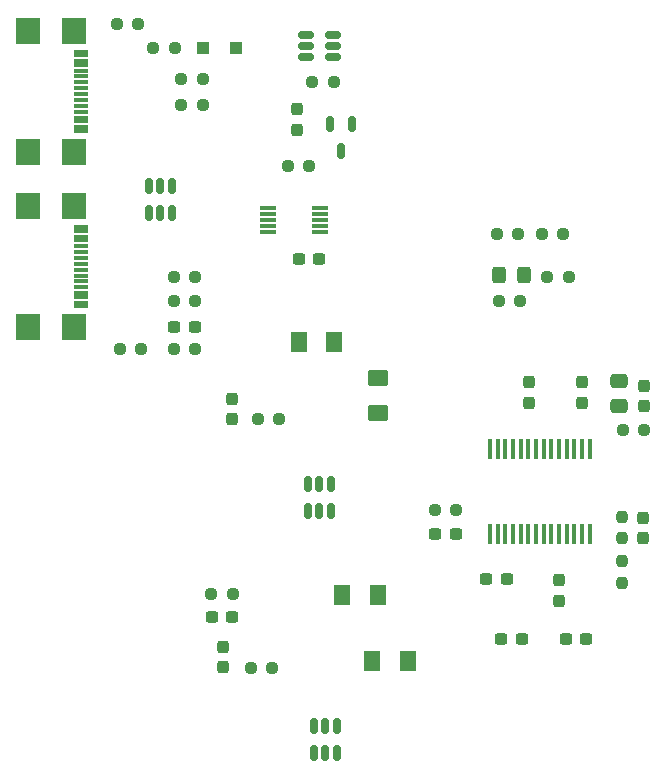
<source format=gtp>
%TF.GenerationSoftware,KiCad,Pcbnew,(6.0.10)*%
%TF.CreationDate,2023-01-17T15:39:29+01:00*%
%TF.ProjectId,kvm,6b766d2e-6b69-4636-9164-5f7063625858,v01*%
%TF.SameCoordinates,Original*%
%TF.FileFunction,Paste,Top*%
%TF.FilePolarity,Positive*%
%FSLAX46Y46*%
G04 Gerber Fmt 4.6, Leading zero omitted, Abs format (unit mm)*
G04 Created by KiCad (PCBNEW (6.0.10)) date 2023-01-17 15:39:29*
%MOMM*%
%LPD*%
G01*
G04 APERTURE LIST*
G04 Aperture macros list*
%AMRoundRect*
0 Rectangle with rounded corners*
0 $1 Rounding radius*
0 $2 $3 $4 $5 $6 $7 $8 $9 X,Y pos of 4 corners*
0 Add a 4 corners polygon primitive as box body*
4,1,4,$2,$3,$4,$5,$6,$7,$8,$9,$2,$3,0*
0 Add four circle primitives for the rounded corners*
1,1,$1+$1,$2,$3*
1,1,$1+$1,$4,$5*
1,1,$1+$1,$6,$7*
1,1,$1+$1,$8,$9*
0 Add four rect primitives between the rounded corners*
20,1,$1+$1,$2,$3,$4,$5,0*
20,1,$1+$1,$4,$5,$6,$7,0*
20,1,$1+$1,$6,$7,$8,$9,0*
20,1,$1+$1,$8,$9,$2,$3,0*%
G04 Aperture macros list end*
%ADD10RoundRect,0.237500X-0.250000X-0.237500X0.250000X-0.237500X0.250000X0.237500X-0.250000X0.237500X0*%
%ADD11RoundRect,0.237500X0.300000X0.237500X-0.300000X0.237500X-0.300000X-0.237500X0.300000X-0.237500X0*%
%ADD12RoundRect,0.250001X0.462499X0.624999X-0.462499X0.624999X-0.462499X-0.624999X0.462499X-0.624999X0*%
%ADD13RoundRect,0.237500X-0.237500X0.300000X-0.237500X-0.300000X0.237500X-0.300000X0.237500X0.300000X0*%
%ADD14RoundRect,0.237500X0.250000X0.237500X-0.250000X0.237500X-0.250000X-0.237500X0.250000X-0.237500X0*%
%ADD15R,1.100000X1.100000*%
%ADD16RoundRect,0.237500X0.237500X-0.300000X0.237500X0.300000X-0.237500X0.300000X-0.237500X-0.300000X0*%
%ADD17RoundRect,0.237500X-0.300000X-0.237500X0.300000X-0.237500X0.300000X0.237500X-0.300000X0.237500X0*%
%ADD18RoundRect,0.150000X-0.150000X0.512500X-0.150000X-0.512500X0.150000X-0.512500X0.150000X0.512500X0*%
%ADD19RoundRect,0.250000X0.475000X-0.337500X0.475000X0.337500X-0.475000X0.337500X-0.475000X-0.337500X0*%
%ADD20R,1.150000X0.300000*%
%ADD21R,2.000000X2.180000*%
%ADD22RoundRect,0.237500X0.237500X-0.250000X0.237500X0.250000X-0.237500X0.250000X-0.237500X-0.250000X0*%
%ADD23R,0.450000X1.750000*%
%ADD24RoundRect,0.250000X-0.325000X-0.450000X0.325000X-0.450000X0.325000X0.450000X-0.325000X0.450000X0*%
%ADD25R,1.400000X0.300000*%
%ADD26RoundRect,0.150000X-0.512500X-0.150000X0.512500X-0.150000X0.512500X0.150000X-0.512500X0.150000X0*%
%ADD27RoundRect,0.250001X-0.624999X0.462499X-0.624999X-0.462499X0.624999X-0.462499X0.624999X0.462499X0*%
G04 APERTURE END LIST*
D10*
X70334500Y-68834000D03*
X72159500Y-68834000D03*
D11*
X103097500Y-88265000D03*
X101372500Y-88265000D03*
D12*
X92165500Y-89662000D03*
X89190500Y-89662000D03*
D13*
X107543600Y-88418500D03*
X107543600Y-90143500D03*
D14*
X83843500Y-74771000D03*
X82018500Y-74771000D03*
X107882100Y-59096200D03*
X106057100Y-59096200D03*
X98829500Y-82489600D03*
X97004500Y-82489600D03*
D15*
X80166500Y-43342908D03*
X77366500Y-43342908D03*
D11*
X109828500Y-93345000D03*
X108103500Y-93345000D03*
D14*
X104102044Y-59096200D03*
X102277044Y-59096200D03*
D10*
X74906500Y-62738000D03*
X76731500Y-62738000D03*
X74906500Y-64770000D03*
X76731500Y-64770000D03*
D16*
X114757200Y-73684300D03*
X114757200Y-71959300D03*
D17*
X102642500Y-93345000D03*
X104367500Y-93345000D03*
D11*
X87251000Y-61214000D03*
X85526000Y-61214000D03*
D14*
X108354500Y-62738000D03*
X106529500Y-62738000D03*
D18*
X90009000Y-49763000D03*
X88109000Y-49763000D03*
X89059000Y-52038000D03*
X74737000Y-54996500D03*
X73787000Y-54996500D03*
X72837000Y-54996500D03*
X72837000Y-57271500D03*
X73787000Y-57271500D03*
X74737000Y-57271500D03*
X88707000Y-100716500D03*
X87757000Y-100716500D03*
X86807000Y-100716500D03*
X86807000Y-102991500D03*
X87757000Y-102991500D03*
X88707000Y-102991500D03*
D19*
X112572800Y-73631600D03*
X112572800Y-71556600D03*
D20*
X67051000Y-43640000D03*
X67051000Y-44440000D03*
X67051000Y-45740000D03*
X67051000Y-46740000D03*
X67051000Y-47240000D03*
X67051000Y-48240000D03*
X67051000Y-49540000D03*
X67051000Y-50340000D03*
X67051000Y-50040000D03*
X67051000Y-49240000D03*
X67051000Y-48740000D03*
X67051000Y-47740000D03*
X67051000Y-46240000D03*
X67051000Y-45240000D03*
X67051000Y-44740000D03*
X67051000Y-43940000D03*
D21*
X62546000Y-41880000D03*
X62546000Y-52100000D03*
X66476000Y-41880000D03*
X66476000Y-52100000D03*
D10*
X75541500Y-45974000D03*
X77366500Y-45974000D03*
D16*
X104952800Y-73379500D03*
X104952800Y-71654500D03*
D14*
X104239700Y-64770000D03*
X102414700Y-64770000D03*
D10*
X84558500Y-53340000D03*
X86383500Y-53340000D03*
D22*
X112826800Y-88620600D03*
X112826800Y-86795600D03*
D11*
X76681500Y-66929000D03*
X74956500Y-66929000D03*
D14*
X76731500Y-68808600D03*
X74906500Y-68808600D03*
D16*
X85370500Y-50239000D03*
X85370500Y-48514000D03*
D13*
X79044800Y-94041987D03*
X79044800Y-95766987D03*
D14*
X88447500Y-46202908D03*
X86622500Y-46202908D03*
D10*
X73155000Y-43342908D03*
X74980000Y-43342908D03*
D20*
X67051000Y-58499000D03*
X67051000Y-59299000D03*
X67051000Y-60599000D03*
X67051000Y-61599000D03*
X67051000Y-62099000D03*
X67051000Y-63099000D03*
X67051000Y-64399000D03*
X67051000Y-65199000D03*
X67051000Y-64899000D03*
X67051000Y-64099000D03*
X67051000Y-63599000D03*
X67051000Y-62599000D03*
X67051000Y-61099000D03*
X67051000Y-60099000D03*
X67051000Y-59599000D03*
X67051000Y-58799000D03*
D21*
X62546000Y-56739000D03*
X62546000Y-66959000D03*
X66476000Y-56739000D03*
X66476000Y-66959000D03*
D16*
X109474000Y-73379500D03*
X109474000Y-71654500D03*
D23*
X101693000Y-84499000D03*
X102343000Y-84499000D03*
X102993000Y-84499000D03*
X103643000Y-84499000D03*
X104293000Y-84499000D03*
X104943000Y-84499000D03*
X105593000Y-84499000D03*
X106243000Y-84499000D03*
X106893000Y-84499000D03*
X107543000Y-84499000D03*
X108193000Y-84499000D03*
X108843000Y-84499000D03*
X109493000Y-84499000D03*
X110143000Y-84499000D03*
X110143000Y-77299000D03*
X109493000Y-77299000D03*
X108843000Y-77299000D03*
X108193000Y-77299000D03*
X107543000Y-77299000D03*
X106893000Y-77299000D03*
X106243000Y-77299000D03*
X105593000Y-77299000D03*
X104943000Y-77299000D03*
X104293000Y-77299000D03*
X103643000Y-77299000D03*
X102993000Y-77299000D03*
X102343000Y-77299000D03*
X101693000Y-77299000D03*
D24*
X102492100Y-62525200D03*
X104542100Y-62525200D03*
D25*
X87290000Y-58912000D03*
X87290000Y-58412000D03*
X87290000Y-57912000D03*
X87290000Y-57412000D03*
X87290000Y-56912000D03*
X82890000Y-56912000D03*
X82890000Y-57412000D03*
X82890000Y-57912000D03*
X82890000Y-58412000D03*
X82890000Y-58912000D03*
D11*
X98779500Y-84521600D03*
X97054500Y-84521600D03*
D10*
X70080500Y-41275000D03*
X71905500Y-41275000D03*
D14*
X83259300Y-95869687D03*
X81434300Y-95869687D03*
D10*
X75541500Y-48133000D03*
X77366500Y-48133000D03*
D26*
X86143500Y-42204908D03*
X86143500Y-43154908D03*
X86143500Y-44104908D03*
X88418500Y-44104908D03*
X88418500Y-43154908D03*
X88418500Y-42204908D03*
D13*
X79832200Y-73044900D03*
X79832200Y-74769900D03*
D11*
X79856500Y-91541600D03*
X78131500Y-91541600D03*
D14*
X114755300Y-75717400D03*
X112930300Y-75717400D03*
D12*
X88482500Y-68199000D03*
X85507500Y-68199000D03*
D27*
X92202000Y-71283500D03*
X92202000Y-74258500D03*
D12*
X94705500Y-95250000D03*
X91730500Y-95250000D03*
D22*
X112826800Y-84859500D03*
X112826800Y-83034500D03*
D16*
X114604800Y-84811400D03*
X114604800Y-83086400D03*
D14*
X79906500Y-89560400D03*
X78081500Y-89560400D03*
D18*
X88199000Y-80269500D03*
X87249000Y-80269500D03*
X86299000Y-80269500D03*
X86299000Y-82544500D03*
X87249000Y-82544500D03*
X88199000Y-82544500D03*
M02*

</source>
